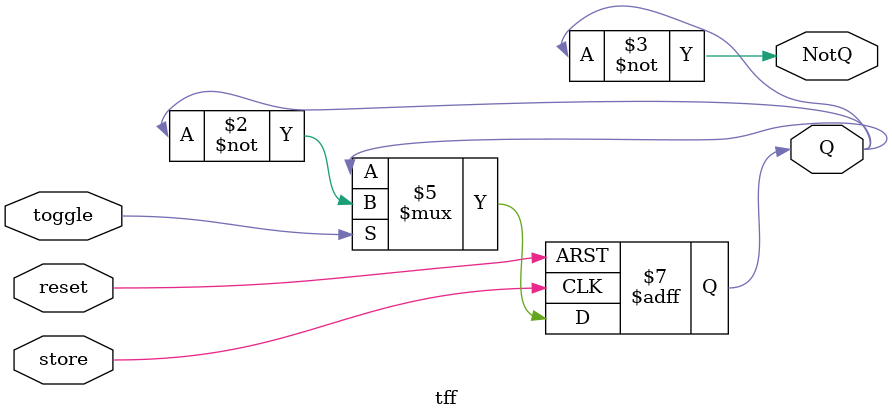
<source format=v>
module tff(
    input toggle, store, reset,
    output reg Q,
    output NotQ
);

    initial begin
        Q <= 1'b0;
    end
    
    always @(posedge store, posedge reset) begin
        if (reset)
            Q <= 1'b0;
        else
            if (toggle)
                Q <= ~Q;
    end
    
    assign NotQ = ~Q;

endmodule
</source>
